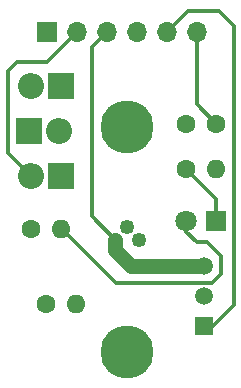
<source format=gbr>
%TF.GenerationSoftware,KiCad,Pcbnew,7.0.6-7.0.6~ubuntu22.04.1*%
%TF.CreationDate,2023-08-18T10:05:56-04:00*%
%TF.ProjectId,laserSim,6c617365-7253-4696-9d2e-6b696361645f,rev?*%
%TF.SameCoordinates,Original*%
%TF.FileFunction,Copper,L2,Bot*%
%TF.FilePolarity,Positive*%
%FSLAX46Y46*%
G04 Gerber Fmt 4.6, Leading zero omitted, Abs format (unit mm)*
G04 Created by KiCad (PCBNEW 7.0.6-7.0.6~ubuntu22.04.1) date 2023-08-18 10:05:56*
%MOMM*%
%LPD*%
G01*
G04 APERTURE LIST*
%TA.AperFunction,ComponentPad*%
%ADD10C,1.600000*%
%TD*%
%TA.AperFunction,ComponentPad*%
%ADD11O,1.600000X1.600000*%
%TD*%
%TA.AperFunction,ComponentPad*%
%ADD12C,1.800000*%
%TD*%
%TA.AperFunction,ComponentPad*%
%ADD13R,1.800000X1.800000*%
%TD*%
%TA.AperFunction,ComponentPad*%
%ADD14R,2.200000X2.200000*%
%TD*%
%TA.AperFunction,ComponentPad*%
%ADD15O,2.200000X2.200000*%
%TD*%
%TA.AperFunction,ComponentPad*%
%ADD16R,1.500000X1.500000*%
%TD*%
%TA.AperFunction,ComponentPad*%
%ADD17C,1.500000*%
%TD*%
%TA.AperFunction,ComponentPad*%
%ADD18R,1.700000X1.700000*%
%TD*%
%TA.AperFunction,ComponentPad*%
%ADD19O,1.700000X1.700000*%
%TD*%
%TA.AperFunction,ComponentPad*%
%ADD20C,4.500000*%
%TD*%
%TA.AperFunction,ComponentPad*%
%ADD21O,1.250000X1.250000*%
%TD*%
%TA.AperFunction,Conductor*%
%ADD22C,0.304800*%
%TD*%
%TA.AperFunction,Conductor*%
%ADD23C,1.270000*%
%TD*%
G04 APERTURE END LIST*
D10*
%TO.P,R3,1*%
%TO.N,/LDA*%
X132305000Y-88265000D03*
D11*
%TO.P,R3,2*%
%TO.N,Net-(D4-A)*%
X134845000Y-88265000D03*
%TD*%
D12*
%TO.P,D4,2,A*%
%TO.N,Net-(D4-A)*%
X145415000Y-87630000D03*
D13*
%TO.P,D4,1,K*%
%TO.N,/RL*%
X147955000Y-87630000D03*
%TD*%
D14*
%TO.P,D2,1,K*%
%TO.N,/R1A*%
X132080000Y-80010000D03*
D15*
%TO.P,D2,2,A*%
%TO.N,Net-(D2-A)*%
X134620000Y-80010000D03*
%TD*%
D10*
%TO.P,C1,2*%
%TO.N,/LDC*%
X147935000Y-79375000D03*
%TO.P,C1,1*%
%TO.N,/RL*%
X145435000Y-79375000D03*
%TD*%
%TO.P,R2,1*%
%TO.N,/RL*%
X145415000Y-83185000D03*
D11*
%TO.P,R2,2*%
%TO.N,/LDC*%
X147955000Y-83185000D03*
%TD*%
D10*
%TO.P,R1,1*%
%TO.N,/R1A*%
X133575000Y-94615000D03*
D11*
%TO.P,R1,2*%
%TO.N,/QE*%
X136115000Y-94615000D03*
%TD*%
D14*
%TO.P,D3,1,K*%
%TO.N,Net-(D2-A)*%
X134818234Y-83820000D03*
D15*
%TO.P,D3,2,A*%
%TO.N,/LDA*%
X132278234Y-83820000D03*
%TD*%
D14*
%TO.P,D1,1,K*%
%TO.N,/RL*%
X134818234Y-76200000D03*
D15*
%TO.P,D1,2,A*%
%TO.N,/R1A*%
X132278234Y-76200000D03*
%TD*%
D16*
%TO.P,Q1,1,E*%
%TO.N,/QE*%
X146939000Y-96520000D03*
D17*
%TO.P,Q1,2,B*%
%TO.N,/LDC*%
X146939000Y-93980000D03*
%TO.P,Q1,3,C*%
%TO.N,/PDC*%
X146939000Y-91440000D03*
%TD*%
D18*
%TO.P,J1,1,Pin_1*%
%TO.N,/R1A*%
X133604000Y-71628000D03*
D19*
%TO.P,J1,2,Pin_2*%
%TO.N,/LDA*%
X136144000Y-71628000D03*
%TO.P,J1,3,Pin_3*%
%TO.N,/PDC*%
X138684000Y-71628000D03*
%TO.P,J1,4,Pin_4*%
%TO.N,/RL*%
X141224000Y-71628000D03*
%TO.P,J1,5,Pin_5*%
%TO.N,/QE*%
X143764000Y-71628000D03*
%TO.P,J1,6,Pin_6*%
%TO.N,/LDC*%
X146304000Y-71628000D03*
%TD*%
D20*
%TO.P,LD1,4*%
%TO.N,N/C*%
X140398968Y-79700800D03*
X140398968Y-98724800D03*
D21*
%TO.P,LD1,3*%
%TO.N,/LDA*%
X141398968Y-89195800D03*
%TO.P,LD1,2*%
%TO.N,/LDC*%
X140398968Y-88095800D03*
%TO.P,LD1,1*%
%TO.N,/PDC*%
X139398968Y-89195800D03*
%TD*%
D22*
%TO.N,Net-(D4-A)*%
X134845000Y-88265000D02*
X134874000Y-88265000D01*
X134874000Y-88265000D02*
X139446000Y-92837000D01*
X147193000Y-89408000D02*
X146304000Y-89408000D01*
X139446000Y-92837000D02*
X147574000Y-92837000D01*
X147574000Y-92837000D02*
X148336000Y-92075000D01*
X148336000Y-92075000D02*
X148336000Y-90551000D01*
X148336000Y-90551000D02*
X147193000Y-89408000D01*
X146304000Y-89408000D02*
X145415000Y-88519000D01*
X145415000Y-88519000D02*
X145415000Y-87630000D01*
%TO.N,/QE*%
X145542000Y-69850000D02*
X148209000Y-69850000D01*
X143764000Y-71628000D02*
X145542000Y-69850000D01*
X148209000Y-69850000D02*
X149479000Y-71120000D01*
X149479000Y-71120000D02*
X149479000Y-94742000D01*
X149479000Y-94742000D02*
X147701000Y-96520000D01*
X147701000Y-96520000D02*
X146939000Y-96520000D01*
D23*
%TO.N,/PDC*%
X146939000Y-91440000D02*
X140759285Y-91440000D01*
X140759285Y-91440000D02*
X139398968Y-90079683D01*
X139398968Y-90079683D02*
X139398968Y-89195800D01*
D22*
%TO.N,/RL*%
X147955000Y-87630000D02*
X147955000Y-85725000D01*
X147955000Y-85725000D02*
X145415000Y-83185000D01*
%TO.N,/LDC*%
X146304000Y-71628000D02*
X146304000Y-77744000D01*
X146304000Y-77744000D02*
X147935000Y-79375000D01*
%TO.N,/LDA*%
X130302000Y-81843766D02*
X132278234Y-83820000D01*
X130302000Y-74930000D02*
X130302000Y-81843766D01*
X131064000Y-74168000D02*
X130302000Y-74930000D01*
X136144000Y-71628000D02*
X133604000Y-74168000D01*
X133604000Y-74168000D02*
X131064000Y-74168000D01*
%TO.N,/PDC*%
X138684000Y-71628000D02*
X137414000Y-72898000D01*
X137414000Y-87210832D02*
X139398968Y-89195800D01*
X137414000Y-72898000D02*
X137414000Y-87210832D01*
%TD*%
M02*

</source>
